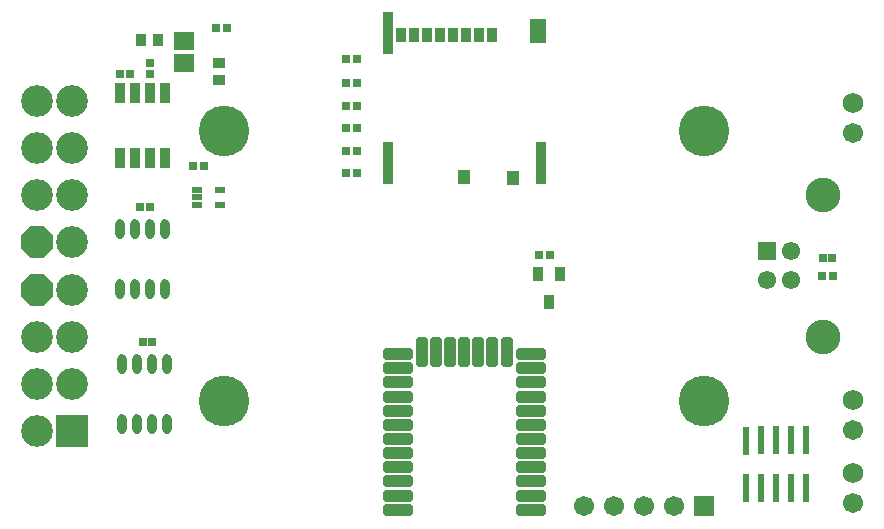
<source format=gbs>
%FSTAX23Y23*%
%MOIN*%
%SFA1B1*%

%IPPOS*%
%AMD104*
4,1,8,0.022000,-0.053100,0.053100,-0.022000,0.053100,0.022000,0.022000,0.053100,-0.022000,0.053100,-0.053100,0.022000,-0.053100,-0.022000,-0.022000,-0.053100,0.022000,-0.053100,0.0*
%
%AMD117*
4,1,8,-0.051000,0.007500,-0.051000,-0.007500,-0.039000,-0.019500,0.039000,-0.019500,0.051000,-0.007500,0.051000,0.007500,0.039000,0.019500,-0.039000,0.019500,-0.051000,0.007500,0.0*
1,1,0.024000,-0.039000,0.007500*
1,1,0.024000,-0.039000,-0.007500*
1,1,0.024000,0.039000,-0.007500*
1,1,0.024000,0.039000,0.007500*
%
%AMD118*
4,1,8,0.007500,0.051000,-0.007500,0.051000,-0.019500,0.039000,-0.019500,-0.039000,-0.007500,-0.051000,0.007500,-0.051000,0.019500,-0.039000,0.019500,0.039000,0.007500,0.051000,0.0*
1,1,0.024000,0.007500,0.039000*
1,1,0.024000,-0.007500,0.039000*
1,1,0.024000,-0.007500,-0.039000*
1,1,0.024000,0.007500,-0.039000*
%
%ADD73R,0.030000X0.026000*%
%ADD79R,0.026000X0.030000*%
%ADD80R,0.028000X0.028000*%
%ADD97C,0.169000*%
%ADD98C,0.116000*%
%ADD99C,0.061000*%
%ADD100R,0.061000X0.061000*%
%ADD101C,0.067000*%
%ADD102R,0.067000X0.067000*%
%ADD103C,0.106000*%
G04~CAMADD=104~4~0.0~0.0~1062.5~1062.5~0.0~311.2~0~0.0~0.0~0.0~0.0~0~0.0~0.0~0.0~0.0~0~0.0~0.0~0.0~225.0~1062.5~1062.5*
%ADD104D104*%
%ADD105R,0.106000X0.106000*%
%ADD106C,0.068000*%
%ADD107R,0.043000X0.045000*%
%ADD108R,0.036000X0.139000*%
%ADD109R,0.036000X0.051000*%
%ADD110R,0.053000X0.080000*%
%ADD111R,0.067000X0.059000*%
%ADD112O,0.032000X0.067000*%
%ADD113R,0.032000X0.047000*%
%ADD114R,0.043000X0.036000*%
%ADD115R,0.036000X0.043000*%
%ADD116R,0.032000X0.068000*%
G04~CAMADD=117~8~0.0~0.0~390.0~1020.0~120.0~0.0~15~0.0~0.0~0.0~0.0~0~0.0~0.0~0.0~0.0~0~0.0~0.0~0.0~90.0~1020.0~390.0*
%ADD117D117*%
G04~CAMADD=118~8~0.0~0.0~390.0~1020.0~120.0~0.0~15~0.0~0.0~0.0~0.0~0~0.0~0.0~0.0~0.0~0~0.0~0.0~0.0~0.0~390.0~1020.0*
%ADD118D118*%
%ADD119R,0.024000X0.094000*%
%ADD120R,0.036000X0.024000*%
%LNkavi_pcb_r5-1*%
%LPD*%
G54D73*
X00453Y01292D03*
Y01328D03*
G54D79*
X0273Y00618D03*
X02694D03*
X01786Y00689D03*
X01751D03*
X01143Y0134D03*
X01107D03*
X01143Y0126D03*
X01107D03*
X01143Y01185D03*
X01107D03*
X01143Y0111D03*
X01107D03*
X01143Y0096D03*
X01107D03*
X01143Y01035D03*
X01107D03*
X00632Y00986D03*
X00597D03*
X00674Y01443D03*
X0071D03*
G54D80*
X02727Y00679D03*
X02695D03*
X00453Y00847D03*
X00421D03*
X00385Y01292D03*
X00353D03*
X0046Y00397D03*
X00428D03*
G54D97*
X023Y011D03*
X007D03*
Y002D03*
X023D03*
G54D98*
X02695Y00889D03*
Y00415D03*
G54D99*
X02589Y00701D03*
Y00603D03*
X0251D03*
G54D100*
X0251Y00701D03*
G54D101*
X019Y-0015D03*
X02D03*
X021D03*
X022D03*
X02795Y00104D03*
Y-00139D03*
Y01096D03*
G54D102*
X023Y-0015D03*
G54D103*
X00076Y001D03*
Y00257D03*
Y00415D03*
Y00887D03*
Y01044D03*
Y01202D03*
X00194D03*
Y01044D03*
Y00887D03*
Y0073D03*
Y00572D03*
Y00415D03*
Y00257D03*
G54D104*
X00076Y00572D03*
Y0073D03*
G54D105*
X00194Y001D03*
G54D106*
X02795Y00204D03*
Y-00039D03*
Y01196D03*
G54D107*
X01499Y00948D03*
X01664Y00946D03*
G54D108*
X01245Y00993D03*
X01755D03*
X01245Y01427D03*
G54D109*
X01594Y01421D03*
X0155D03*
X01507D03*
X01464D03*
X0142D03*
X01377D03*
X01334D03*
X0129D03*
G54D110*
X01746Y01435D03*
G54D111*
X00565Y01328D03*
Y01402D03*
G54D112*
X0041Y00123D03*
X0046D03*
X00403Y00576D03*
X00453D03*
X00503D03*
X00353D03*
X00503Y00776D03*
X00453D03*
X00403D03*
X00353D03*
X0051Y00123D03*
X0036D03*
X0051Y00323D03*
X0046D03*
X0041D03*
X0036D03*
G54D113*
X01783Y00532D03*
X0182Y00626D03*
X01746D03*
G54D114*
X00684Y01272D03*
Y01328D03*
G54D115*
X00423Y01403D03*
X00479D03*
G54D116*
X00354Y01227D03*
X00404D03*
X00454D03*
X00504D03*
X00354Y01011D03*
X00404D03*
X00454D03*
X00504D03*
G54D117*
X01278Y-00162D03*
Y-00114D03*
Y-00066D03*
Y-0002D03*
Y00027D03*
Y00075D03*
Y00122D03*
Y00169D03*
Y00216D03*
Y00264D03*
Y00311D03*
X01279Y00358D03*
X01722D03*
Y00311D03*
Y00264D03*
Y00216D03*
Y00169D03*
Y00122D03*
Y00075D03*
Y00027D03*
Y-0002D03*
Y-00067D03*
Y-00114D03*
Y-00162D03*
G54D118*
X01358Y00364D03*
X01406D03*
X01453D03*
X015D03*
X01547D03*
X01594D03*
X01642D03*
G54D119*
X0259Y-0009D03*
Y0007D03*
X0264Y-0009D03*
X0254D03*
X0249D03*
X02438Y-00089D03*
X0264Y0007D03*
X0254D03*
X0249D03*
X02438Y00069D03*
G54D120*
X00685Y00854D03*
Y00906D03*
X00611D03*
Y0088D03*
Y00854D03*
M02*
</source>
